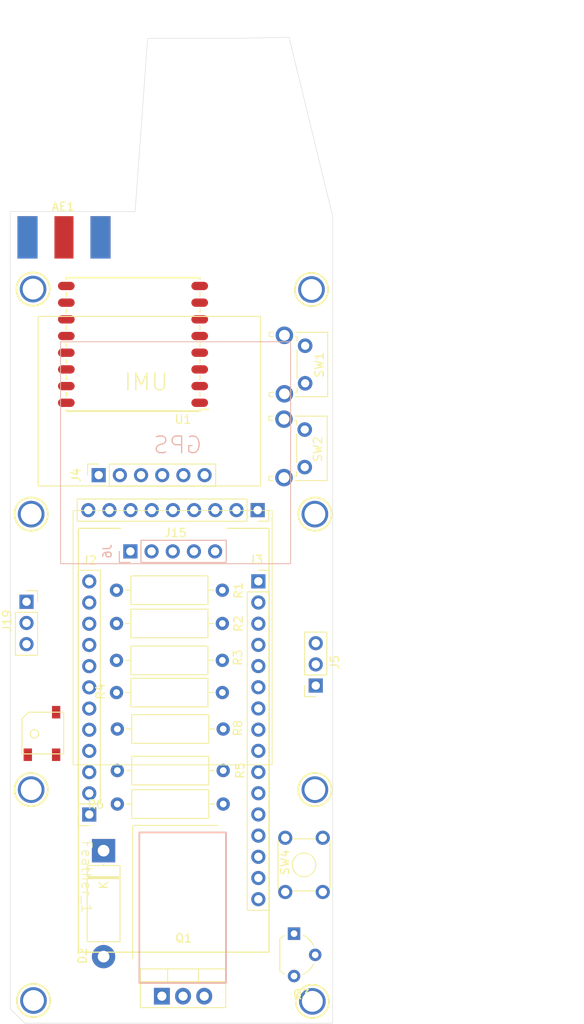
<source format=kicad_pcb>
(kicad_pcb (version 20211014) (generator pcbnew)
  (layers (0 "F.Cu" signal) (31 "B.Cu" signal) (34 "B.Paste" user) (35 "F.Paste" user) (36 "B.SilkS" user "B.Silkscreen") (37 "F.SilkS" user "F.Silkscreen") (38 "B.Mask" user) (39 "F.Mask" user) (44 "Edge.Cuts" user))
  (net 0 "")
  (net 1 "+3V3")
  (net 2 "GND")
  (net 3 "SDA")
  (net 4 "SCL")
  (net 5 "TX_D1")
  (net 6 "RX_D0")
  (net 7 "MISO")
  (net 8 "MOSI")
  (net 9 "SCK")
  (net 10 "A5")
  (net 11 "A4")
  (net 12 "A3")
  (net 13 "A2")
  (net 14 "A1")
  (net 15 "A0")
  (net 16 "AREF")
  (net 17 "~{RESET}")
  (net 18 "VBAT")
  (net 19 "VBUS")
  (net 20 "D13")
  (net 21 "D12")
  (net 22 "D11")
  (net 23 "D10")
  (net 24 "D9")
  (net 25 "EN")
  (net 26 "D5")
  (net 27 "D6")
  (net 28 "DW")
  (net 29 "POWER_1")
  (net 30 "Net-(J19-Pad2)")
  (net 31 "Net-(D2-Pad2)")
  (net 32 "Net-(Q3-Pad2)")
  (net 33 "VBAT_EXT")
  (net 35 "EMD")
  (net 36 "DISP")
  (net 37 "EIN")
  (footprint "Button_Switch_THT:SW_TH_Tactile_Omron_B3F-10xx" (layer "F.Cu") (at 74.93 118.7704 90)
    (fp_text reference "SW4" (at 3.55 -0.044 90) (layer "F.SilkS"))
    (fp_text value "SW_Push_Dual")
    (fp_line (start 0.28 -0.87) (end 6.22 -0.87) (layer "F.SilkS") (width 0.12))
    (fp_line (start 0.13 3.59) (end 0.13 0.91) (layer "F.SilkS") (width 0.12))
    (fp_line (start 6.37 0.91) (end 6.37 3.59) (layer "F.SilkS") (width 0.12))
    (fp_line (start 0.28 5.37) (end 6.22 5.37) (layer "F.SilkS") (width 0.12))
    (fp_circle (center 3.25 2.25) (end 4.25 3.25) (layer "F.SilkS") (width 0.12) (fill none))
    (pad "1" thru_hole circle locked (at 0 0 90) (size 1.7 1.7) (drill 1) (layers *.Cu *.Mask) (net 17 "~{RESET}"))
    (pad "2" thru_hole circle locked (at 6.5 0 90) (size 1.7 1.7) (drill 1) (layers *.Cu *.Mask) (net 17 "~{RESET}"))
    (pad "3" thru_hole circle locked (at 0 4.5 90) (size 1.7 1.7) (drill 1) (layers *.Cu *.Mask) (net 2 "GND"))
    (pad "4" thru_hole circle locked (at 6.5 4.5 90) (size 1.7 1.7) (drill 1) (layers *.Cu *.Mask) (net 2 "GND"))
  )
  (footprint "Connector_PinSocket_2.54mm:PinSocket_1x12_P2.54mm_Vertical" (layer "F.Cu") (at 51.4202 109.484 180)
    (fp_text reference "J2" (at -0.027 30.463) (layer "F.SilkS"))
    (fp_text value "Conn_01x12_Female" hide)
    (fp_line (start 1.33 1.27) (end 1.33 29.27) (layer "F.SilkS") (width 0.12))
    (fp_line (start -1.33 29.27) (end 1.33 29.27) (layer "F.SilkS") (width 0.12))
    (fp_line (start 1.33 -1.33) (end 1.33 0) (layer "F.SilkS") (width 0.12))
    (fp_line (start 0 -1.33) (end 1.33 -1.33) (layer "F.SilkS") (width 0.12))
    (fp_line (start -1.33 1.27) (end 1.33 1.27) (layer "F.SilkS") (width 0.12))
    (fp_line (start -1.33 1.27) (end -1.33 29.27) (layer "F.SilkS") (width 0.12))
    (pad "1" thru_hole rect locked (at 0 0 180) (size 1.7 1.7) (drill 1) (layers *.Cu *.Mask) (net 18 "VBAT"))
    (pad "2" thru_hole oval locked (at 0 2.54 180) (size 1.7 1.7) (drill 1) (layers *.Cu *.Mask) (net 25 "EN"))
    (pad "3" thru_hole oval locked (at 0 5.08 180) (size 1.7 1.7) (drill 1) (layers *.Cu *.Mask) (net 19 "VBUS"))
    (pad "4" thru_hole oval locked (at 0 7.62 180) (size 1.7 1.7) (drill 1) (layers *.Cu *.Mask) (net 20 "D13"))
    (pad "5" thru_hole oval locked (at 0 10.16 180) (size 1.7 1.7) (drill 1) (layers *.Cu *.Mask) (net 21 "D12"))
    (pad "6" thru_hole oval locked (at 0 12.7 180) (size 1.7 1.7) (drill 1) (layers *.Cu *.Mask) (net 22 "D11"))
    (pad "7" thru_hole oval locked (at 0 15.24 180) (size 1.7 1.7) (drill 1) (layers *.Cu *.Mask) (net 23 "D10"))
    (pad "8" thru_hole oval locked (at 0 17.78 180) (size 1.7 1.7) (drill 1) (layers *.Cu *.Mask) (net 24 "D9"))
    (pad "9" thru_hole oval locked (at 0 20.32 180) (size 1.7 1.7) (drill 1) (layers *.Cu *.Mask) (net 27 "D6"))
    (pad "10" thru_hole oval locked (at 0 22.86 180) (size 1.7 1.7) (drill 1) (layers *.Cu *.Mask) (net 26 "D5"))
    (pad "11" thru_hole oval locked (at 0 25.4 180) (size 1.7 1.7) (drill 1) (layers *.Cu *.Mask) (net 4 "SCL"))
    (pad "12" thru_hole oval locked (at 0 27.94 180) (size 1.7 1.7) (drill 1) (layers *.Cu *.Mask) (net 3 "SDA"))
  )
  (footprint "Connector_PinSocket_2.54mm:PinSocket_1x16_P2.54mm_Vertical" (layer "F.Cu") (at 71.7042 81.534)
    (fp_text reference "J3" (at -0.287 -2.573) (layer "F.SilkS"))
    (fp_text value "Conn_01x16_Female" hide)
    (fp_line (start -1.33 39.43) (end 1.33 39.43) (layer "F.SilkS") (width 0.12))
    (fp_line (start -1.33 1.27) (end 1.33 1.27) (layer "F.SilkS") (width 0.12))
    (fp_line (start 1.33 1.27) (end 1.33 39.43) (layer "F.SilkS") (width 0.12))
    (fp_line (start 0 -1.33) (end 1.33 -1.33) (layer "F.SilkS") (width 0.12))
    (fp_line (start -1.33 1.27) (end -1.33 39.43) (layer "F.SilkS") (width 0.12))
    (fp_line (start 1.33 -1.33) (end 1.33 0) (layer "F.SilkS") (width 0.12))
    (pad "1" thru_hole rect locked (at 0 0) (size 1.7 1.7) (drill 1) (layers *.Cu *.Mask) (net 28 "DW"))
    (pad "2" thru_hole oval locked (at 0 2.54) (size 1.7 1.7) (drill 1) (layers *.Cu *.Mask) (net 5 "TX_D1"))
    (pad "3" thru_hole oval locked (at 0 5.08) (size 1.7 1.7) (drill 1) (layers *.Cu *.Mask) (net 6 "RX_D0"))
    (pad "4" thru_hole oval locked (at 0 7.62) (size 1.7 1.7) (drill 1) (layers *.Cu *.Mask) (net 7 "MISO"))
    (pad "5" thru_hole oval locked (at 0 10.16) (size 1.7 1.7) (drill 1) (layers *.Cu *.Mask) (net 8 "MOSI"))
    (pad "6" thru_hole oval locked (at 0 12.7) (size 1.7 1.7) (drill 1) (layers *.Cu *.Mask) (net 9 "SCK"))
    (pad "7" thru_hole oval locked (at 0 15.24) (size 1.7 1.7) (drill 1) (layers *.Cu *.Mask) (net 10 "A5"))
    (pad "8" thru_hole oval locked (at 0 17.78) (size 1.7 1.7) (drill 1) (layers *.Cu *.Mask) (net 11 "A4"))
    (pad "9" thru_hole oval locked (at 0 20.32) (size 1.7 1.7) (drill 1) (layers *.Cu *.Mask) (net 12 "A3"))
    (pad "10" thru_hole oval locked (at 0 22.86) (size 1.7 1.7) (drill 1) (layers *.Cu *.Mask) (net 13 "A2"))
    (pad "11" thru_hole oval locked (at 0 25.4) (size 1.7 1.7) (drill 1) (layers *.Cu *.Mask) (net 14 "A1"))
    (pad "12" thru_hole oval locked (at 0 27.94) (size 1.7 1.7) (drill 1) (layers *.Cu *.Mask) (net 15 "A0"))
    (pad "13" thru_hole oval locked (at 0 30.48) (size 1.7 1.7) (drill 1) (layers *.Cu *.Mask) (net 2 "GND"))
    (pad "14" thru_hole oval locked (at 0 33.02) (size 1.7 1.7) (drill 1) (layers *.Cu *.Mask) (net 16 "AREF"))
    (pad "15" thru_hole oval locked (at 0 35.56) (size 1.7 1.7) (drill 1) (layers *.Cu *.Mask) (net 1 "+3V3"))
    (pad "16" thru_hole oval locked (at 0 38.1) (size 1.7 1.7) (drill 1) (layers *.Cu *.Mask) (net 17 "~{RESET}"))
  )
  (footprint "Connector_PinSocket_2.54mm:PinSocket_1x03_P2.54mm_Vertical" (layer "F.Cu") (at 43.8908 83.9874)
    (fp_text reference "J19" (at -2.33 2.28 90) (layer "F.SilkS"))
    (fp_text value "Conn_01x03_Female")
    (fp_line (start -1.33 6.41) (end 1.33 6.41) (layer "F.SilkS") (width 0.12))
    (fp_line (start -1.33 1.27) (end 1.33 1.27) (layer "F.SilkS") (width 0.12))
    (fp_line (start 1.33 -1.33) (end 1.33 0) (layer "F.SilkS") (width 0.12))
    (fp_line (start -1.33 1.27) (end -1.33 6.41) (layer "F.SilkS") (width 0.12))
    (fp_line (start 1.33 1.27) (end 1.33 6.41) (layer "F.SilkS") (width 0.12))
    (fp_line (start 0 -1.33) (end 1.33 -1.33) (layer "F.SilkS") (width 0.12))
    (pad "1" thru_hole rect locked (at 0 0) (size 1.7 1.7) (drill 1) (layers *.Cu *.Mask))
    (pad "2" thru_hole oval locked (at 0 2.54) (size 1.7 1.7) (drill 1) (layers *.Cu *.Mask) (net 30 "Net-(J19-Pad2)"))
    (pad "3" thru_hole oval locked (at 0 5.08) (size 1.7 1.7) (drill 1) (layers *.Cu *.Mask) (net 12 "A3"))
  )
  (footprint "Button_Switch_THT:SW_Tactile_SPST_Angled_PTS645Vx58-2LFS" (layer "F.Cu") (at 77.3163 53.3002 -90)
    (fp_text reference "SW1" (at 2.3 -1.72 90) (layer "F.SilkS"))
    (fp_text value "SW_Push")
    (fp_line (start 6.11 -2.7) (end 6.11 1.2) (layer "F.SilkS") (width 0.12))
    (fp_line (start -1.09 3.8) (end -1.09 4.31) (layer "F.SilkS") (width 0.12))
    (fp_line (start 5.59 3.8) (end 5.59 4.31) (layer "F.SilkS") (width 0.12))
    (fp_line (start -1.61 -2.7) (end 6.11 -2.7) (layer "F.SilkS") (width 0.12))
    (fp_line (start 6.11 3.8) (end 6.11 4.31) (layer "F.SilkS") (width 0.12))
    (fp_line (start -1.61 4.31) (end -1.09 4.31) (layer "F.SilkS") (width 0.12))
    (fp_line (start -1.09 0.97) (end -0.55 0.97) (layer "F.SilkS") (width 0.12))
    (fp_line (start 5.05 0.97) (end 5.59 0.97) (layer "F.SilkS") (width 0.12))
    (fp_line (start 0.55 0.97) (end 3.95 0.97) (layer "F.SilkS") (width 0.12))
    (fp_line (start -1.61 3.8) (end -1.61 4.31) (layer "F.SilkS") (width 0.12))
    (fp_line (start 5.59 0.97) (end 5.59 1.2) (layer "F.SilkS") (width 0.12))
    (fp_line (start 5.59 4.31) (end 6.11 4.31) (layer "F.SilkS") (width 0.12))
    (fp_line (start -1.09 0.97) (end -1.09 1.2) (layer "F.SilkS") (width 0.12))
    (fp_line (start -1.61 -2.7) (end -1.61 1.2) (layer "F.SilkS") (width 0.12))
    (pad "" thru_hole circle locked (at -1.25 2.49 270) (size 2.1 2.1) (drill 1.3) (layers *.Cu *.Mask))
    (pad "" thru_hole circle locked (at 5.76 2.49 270) (size 2.1 2.1) (drill 1.3) (layers *.Cu *.Mask))
    (pad "1" thru_hole circle locked (at 0 0 270) (size 1.75 1.75) (drill 0.99) (layers *.Cu *.Mask) (net 11 "A4"))
    (pad "2" thru_hole circle locked (at 4.5 0 270) (size 1.75 1.75) (drill 0.99) (layers *.Cu *.Mask) (net 2 "GND"))
  )
  (footprint "Connector_PinSocket_2.54mm:PinSocket_1x03_P2.54mm_Vertical" (layer "F.Cu") (at 78.5876 94.0308 180)
    (fp_text reference "J5" (at -2.286 2.794 90) (layer "F.SilkS"))
    (fp_text value "Conn_01x03_Female")
    (fp_line (start -1.33 1.27) (end 1.33 1.27) (layer "F.SilkS") (width 0.12))
    (fp_line (start 0 -1.33) (end 1.33 -1.33) (layer "F.SilkS") (width 0.12))
    (fp_line (start 1.33 1.27) (end 1.33 6.41) (layer "F.SilkS") (width 0.12))
    (fp_line (start 1.33 -1.33) (end 1.33 0) (layer "F.SilkS") (width 0.12))
    (fp_line (start -1.33 1.27) (end -1.33 6.41) (layer "F.SilkS") (width 0.12))
    (fp_line (start -1.33 6.41) (end 1.33 6.41) (layer "F.SilkS") (width 0.12))
    (pad "1" thru_hole rect locked (at 0 0 180) (size 1.7 1.7) (drill 1) (layers *.Cu *.Mask) (net 2 "GND"))
    (pad "2" thru_hole oval locked (at 0 2.54 180) (size 1.7 1.7) (drill 1) (layers *.Cu *.Mask) (net 18 "VBAT"))
    (pad "3" thru_hole oval locked (at 0 5.08 180) (size 1.7 1.7) (drill 1) (layers *.Cu *.Mask) (net 33 "VBAT_EXT"))
  )
  (footprint "Button_Switch_THT:SW_Tactile_SPST_Angled_PTS645Vx58-2LFS" (layer "F.Cu") (at 77.2668 63.3476 -90)
    (fp_text reference "SW2" (at 2.36 -1.57 90) (layer "F.SilkS"))
    (fp_text value "SW_Push")
    (fp_line (start -1.61 -2.7) (end 6.11 -2.7) (layer "F.SilkS") (width 0.12))
    (fp_line (start 5.05 0.97) (end 5.59 0.97) (layer "F.SilkS") (width 0.12))
    (fp_line (start -1.61 -2.7) (end -1.61 1.2) (layer "F.SilkS") (width 0.12))
    (fp_line (start 5.59 0.97) (end 5.59 1.2) (layer "F.SilkS") (width 0.12))
    (fp_line (start 6.11 3.8) (end 6.11 4.31) (layer "F.SilkS") (width 0.12))
    (fp_line (start -1.61 4.31) (end -1.09 4.31) (layer "F.SilkS") (width 0.12))
    (fp_line (start -1.61 3.8) (end -1.61 4.31) (layer "F.SilkS") (width 0.12))
    (fp_line (start -1.09 3.8) (end -1.09 4.31) (layer "F.SilkS") (width 0.12))
    (fp_line (start 5.59 4.31) (end 6.11 4.31) (layer "F.SilkS") (width 0.12))
    (fp_line (start -1.09 0.97) (end -1.09 1.2) (layer "F.SilkS") (width 0.12))
    (fp_line (start 0.55 0.97) (end 3.95 0.97) (layer "F.SilkS") (width 0.12))
    (fp_line (start 6.11 -2.7) (end 6.11 1.2) (layer "F.SilkS") (width 0.12))
    (fp_line (start -1.09 0.97) (end -0.55 0.97) (layer "F.SilkS") (width 0.12))
    (fp_line (start 5.59 3.8) (end 5.59 4.31) (layer "F.SilkS") (width 0.12))
    (pad "" thru_hole circle locked (at 5.76 2.49 270) (size 2.1 2.1) (drill 1.3) (layers *.Cu *.Mask))
    (pad "" thru_hole circle locked (at -1.25 2.49 270) (size 2.1 2.1) (drill 1.3) (layers *.Cu *.Mask))
    (pad "1" thru_hole circle locked (at 0 0 270) (size 1.75 1.75) (drill 0.99) (layers *.Cu *.Mask) (net 10 "A5"))
    (pad "2" thru_hole circle locked (at 4.5 0 270) (size 1.75 1.75) (drill 0.99) (layers *.Cu *.Mask) (net 2 "GND"))
  )
  (footprint "Resistor_THT:R_Axial_DIN0309_L9.0mm_D3.2mm_P12.70mm_Horizontal" (layer "F.Cu") (at 67.4878 104.2162 180)
    (fp_text reference "R5" (at -2.032 0 90) (layer "F.SilkS"))
    (fp_text value "R")
    (fp_line (start 10.97 -1.72) (end 1.73 -1.72) (layer "F.SilkS") (width 0.12))
    (fp_line (start 1.73 -1.72) (end 1.73 1.72) (layer "F.SilkS") (width 0.12))
    (fp_line (start 1.04 0) (end 1.73 0) (layer "F.SilkS") (width 0.12))
    (fp_line (start 11.66 0) (end 10.97 0) (layer "F.SilkS") (width 0.12))
    (fp_line (start 1.73 1.72) (end 10.97 1.72) (layer "F.SilkS") (width 0.12))
    (fp_line (start 10.97 1.72) (end 10.97 -1.72) (layer "F.SilkS") (width 0.12))
    (pad "1" thru_hole circle locked (at 0 0 180) (size 1.6 1.6) (drill 0.8) (layers *.Cu *.Mask) (net 30 "Net-(J19-Pad2)"))
    (pad "2" thru_hole oval locked (at 12.7 0 180) (size 1.6 1.6) (drill 0.8) (layers *.Cu *.Mask) (net 2 "GND"))
  )
  (footprint "Package_TO_SOT_THT:TO-220-3_Vertical" (layer "F.Cu") (at 60.131 131.2578)
    (fp_text reference "Q1" (at 2.607 -6.9502) (layer "F.SilkS"))
    (fp_text value "Q_NMOS_GDS")
    (fp_line (start -2.58 -3.27) (end 7.66 -3.27) (layer "F.SilkS") (width 0.12))
    (fp_line (start 4.391 -3.27) (end 4.391 -1.76) (layer "F.SilkS") (width 0.12))
    (fp_line (start -2.58 1.371) (end 7.66 1.371) (layer "F.SilkS") (width 0.12))
    (fp_line (start -2.58 -3.27) (end -2.58 1.371) (layer "F.SilkS") (width 0.12))
    (fp_line (start 0.69 -3.27) (end 0.69 -1.76) (layer "F.SilkS") (width 0.12))
    (fp_line (start -2.58 -1.76) (end 7.66 -1.76) (layer "F.SilkS") (width 0.12))
    (fp_line (start 7.66 -3.27) (end 7.66 1.371) (layer "F.SilkS") (width 0.12))
    (pad "1" thru_hole rect locked (at 0 0) (size 1.905 2) (drill 1.1) (layers *.Cu *.Mask) (net 24 "D9"))
    (pad "2" thru_hole oval locked (at 2.54 0) (size 1.905 2) (drill 1.1) (layers *.Cu *.Mask) (net 29 "POWER_1"))
    (pad "3" thru_hole oval locked (at 5.08 0) (size 1.905 2) (drill 1.1) (layers *.Cu *.Mask) (net 2 "GND"))
  )
  (footprint "Resistor_THT:R_Axial_DIN0309_L9.0mm_D3.2mm_P12.70mm_Horizontal" (layer "F.Cu") (at 67.3862 82.6008 180)
    (fp_text reference "R1" (at -1.92 -0.03 90) (layer "F.SilkS"))
    (fp_text value "4.7K")
    (fp_line (start 1.04 0) (end 1.73 0) (layer "F.SilkS") (width 0.12))
    (fp_line (start 11.66 0) (end 10.97 0) (layer "F.SilkS") (width 0.12))
    (fp_line (start 10.97 -1.72) (end 1.73 -1.72) (layer "F.SilkS") (width 0.12))
    (fp_line (start 1.73 -1.72) (end 1.73 1.72) (layer "F.SilkS") (width 0.12))
    (fp_line (start 10.97 1.72) (end 10.97 -1.72) (layer "F.SilkS") (width 0.12))
    (fp_line (start 1.73 1.72) (end 10.97 1.72) (layer "F.SilkS") (width 0.12))
    (pad "1" thru_hole circle locked (at 0 0 180) (size 1.6 1.6) (drill 0.8) (layers *.Cu *.Mask) (net 1 "+3V3"))
    (pad "2" thru_hole oval locked (at 12.7 0 180) (size 1.6 1.6) (drill 0.8) (layers *.Cu *.Mask) (net 3 "SDA"))
  )
  (footprint "Resistor_THT:R_Axial_DIN0309_L9.0mm_D3.2mm_P12.70mm_Horizontal" (layer "F.Cu") (at 67.3862 86.5886 180)
    (fp_text reference "R2" (at -1.92 -0.03 90) (layer "F.SilkS"))
    (fp_text value "4.7K")
    (fp_line (start 1.73 1.72) (end 10.97 1.72) (layer "F.SilkS") (width 0.12))
    (fp_line (start 11.66 0) (end 10.97 0) (layer "F.SilkS") (width 0.12))
    (fp_line (start 10.97 -1.72) (end 1.73 -1.72) (layer "F.SilkS") (width 0.12))
    (fp_line (start 10.97 1.72) (end 10.97 -1.72) (layer "F.SilkS") (width 0.12))
    (fp_line (start 1.73 -1.72) (end 1.73 1.72) (layer "F.SilkS") (width 0.12))
    (fp_line (start 1.04 0) (end 1.73 0) (layer "F.SilkS") (width 0.12))
    (pad "1" thru_hole circle locked (at 0 0 180) (size 1.6 1.6) (drill 0.8) (layers *.Cu *.Mask) (net 1 "+3V3"))
    (pad "2" thru_hole oval locked (at 12.7 0 180) (size 1.6 1.6) (drill 0.8) (layers *.Cu *.Mask) (net 4 "SCL"))
  )
  (footprint "Resistor_THT:R_Axial_DIN0309_L9.0mm_D3.2mm_P12.70mm_Horizontal" (layer "F.Cu") (at 54.6862 91.0082)
    (fp_text reference "R3" (at 14.5542 -0.3302 90) (layer "F.SilkS"))
    (fp_text value "4.7K")
    (fp_line (start 10.97 1.72) (end 10.97 -1.72) (layer "F.SilkS") (width 0.12))
    (fp_line (start 1.73 1.72) (end 10.97 1.72) (layer "F.SilkS") (width 0.12))
    (fp_line (start 11.66 0) (end 10.97 0) (layer "F.SilkS") (width 0.12))
    (fp_line (start 10.97 -1.72) (end 1.73 -1.72) (layer "F.SilkS") (width 0.12))
    (fp_line (start 1.04 0) (end 1.73 0) (layer "F.SilkS") (width 0.12))
    (fp_line (start 1.73 -1.72) (end 1.73 1.72) (layer "F.SilkS") (width 0.12))
    (pad "1" thru_hole circle locked (at 0 0) (size 1.6 1.6) (drill 0.8) (layers *.Cu *.Mask) (net 1 "+3V3"))
    (pad "2" thru_hole oval locked (at 12.7 0) (size 1.6 1.6) (drill 0.8) (layers *.Cu *.Mask) (net 10 "A5"))
  )
  (footprint "Resistor_THT:R_Axial_DIN0309_L9.0mm_D3.2mm_P12.70mm_Horizontal" (layer "F.Cu") (at 54.6862 94.869)
    (fp_text reference "R4" (at -1.92 -0.13 90) (layer "F.SilkS"))
    (fp_text value "4.7K")
    (fp_line (start 1.04 0) (end 1.73 0) (layer "F.SilkS") (width 0.12))
    (fp_line (start 10.97 1.72) (end 10.97 -1.72) (layer "F.SilkS") (width 0.12))
    (fp_line (start 10.97 -1.72) (end 1.73 -1.72) (layer "F.SilkS") (width 0.12))
    (fp_line (start 1.73 -1.72) (end 1.73 1.72) (layer "F.SilkS") (width 0.12))
    (fp_line (start 1.73 1.72) (end 10.97 1.72) (layer "F.SilkS") (width 0.12))
    (fp_line (start 11.66 0) (end 10.97 0) (layer "F.SilkS") (width 0.12))
    (pad "1" thru_hole circle locked (at 0 0) (size 1.6 1.6) (drill 0.8) (layers *.Cu *.Mask) (net 1 "+3V3"))
    (pad "2" thru_hole oval locked (at 12.7 0) (size 1.6 1.6) (drill 0.8) (layers *.Cu *.Mask) (net 11 "A4"))
  )
  (footprint "Resistor_THT:R_Axial_DIN0309_L9.0mm_D3.2mm_P12.70mm_Horizontal" (layer "F.Cu") (at 54.7878 108.2294)
    (fp_text reference "R6" (at -2.58 0.05) (layer "F.SilkS"))
    (fp_text value "10K")
    (fp_line (start 1.04 0) (end 1.73 0) (layer "F.SilkS") (width 0.12))
    (fp_line (start 10.97 1.72) (end 10.97 -1.72) (layer "F.SilkS") (width 0.12))
    (fp_line (start 1.73 1.72) (end 10.97 1.72) (layer "F.SilkS") (width 0.12))
    (fp_line (start 1.73 -1.72) (end 1.73 1.72) (layer "F.SilkS") (width 0.12))
    (fp_line (start 10.97 -1.72) (end 1.73 -1.72) (layer "F.SilkS") (width 0.12))
    (fp_line (start 11.66 0) (end 10.97 0) (layer "F.SilkS") (width 0.12))
    (pad "1" thru_hole circle locked (at 0 0) (size 1.6 1.6) (drill 0.8) (layers *.Cu *.Mask) (net 24 "D9"))
    (pad "2" thru_hole oval locked (at 12.7 0) (size 1.6 1.6) (drill 0.8) (layers *.Cu *.Mask) (net 2 "GND"))
  )
  (footprint "Connector_PinSocket_2.54mm:PinSocket_1x09_P2.54mm_Vertical" (layer "F.Cu") (at 71.62 73.0022 -90)
    (fp_text reference "J15" (at 2.7182 9.8438) (layer "F.SilkS"))
    (fp_text value "Conn_01x09_Female" hide)
    (fp_line (start 1.33 -1.33) (end 1.33 0) (layer "F.SilkS") (width 0.12))
    (fp_line (start -1.33 21.65) (end 1.33 21.65) (layer "F.SilkS") (width 0.12))
    (fp_line (start -1.33 1.27) (end -1.33 21.65) (layer "F.SilkS") (width 0.12))
    (fp_line (start -1.33 1.27) (end 1.33 1.27) (layer "F.SilkS") (width 0.12))
    (fp_line (start 0 -1.33) (end 1.33 -1.33) (layer "F.SilkS") (width 0.12))
    (fp_line (start 1.33 1.27) (end 1.33 21.65) (layer "F.SilkS") (width 0.12))
    (pad "1" thru_hole rect locked (at 0 0 270) (size 1.7 1.7) (drill 1) (layers *.Cu *.Mask) (net 1 "+3V3"))
    (pad "2" thru_hole oval locked (at 0 2.54 270) (size 1.7 1.7) (drill 1) (layers *.Cu *.Mask))
    (pad "3" thru_hole oval locked (at 0 5.08 270) (size 1.7 1.7) (drill 1) (layers *.Cu *.Mask) (net 2 "GND"))
    (pad "4" thru_hole oval locked (at 0 7.62 270) (size 1.7 1.7) (drill 1) (layers *.Cu *.Mask) (net 9 "SCK"))
    (pad "5" thru_hole oval locked (at 0 10.16 270) (size 1.7 1.7) (drill 1) (layers *.Cu *.Mask) (net 8 "MOSI"))
    (pad "6" thru_hole oval locked (at 0 12.7 270) (size 1.7 1.7) (drill 1) (layers *.Cu *.Mask) (net 26 "D5"))
    (pad "7" thru_hole oval locked (at 0 15.24 270) (size 1.7 1.7) (drill 1) (layers *.Cu *.Mask) (net 35 "EMD"))
    (pad "8" thru_hole oval locked (at 0 17.78 270) (size 1.7 1.7) (drill 1) (layers *.Cu *.Mask) (net 36 "DISP"))
    (pad "9" thru_hole oval locked (at 0 20.32 270) (size 1.7 1.7) (drill 1) (layers *.Cu *.Mask) (net 37 "EIN"))
  )
  (footprint "Package_TO_SOT_THT:TO-92L_Wide" (layer "F.Cu") (at 75.985 123.7642 -90)
    (fp_text reference "Q3" (at 7.25 -0.89) (layer "F.SilkS"))
    (fp_text value "Q_NPN_EBC")
    (fp_line (start 0.6 1.7) (end 4.45 1.7) (layer "F.SilkS") (width 0.12))
    (fp_arc (start 0.192226 -1.094786) (mid 0.710119 -1.833613) (end 1.45 -2.35) (layer "F.SilkS") (width 0.12))
    (fp_arc (start 3.6 -2.35) (mid 4.351408 -1.834367) (end 4.876463 -1.089513) (layer "F.SilkS") (width 0.12))
    (fp_arc (start 0.6 1.7) (mid 0.389183 1.423933) (end 0.217369 1.122045) (layer "F.SilkS") (width 0.12))
    (fp_arc (start 4.842383 1.112264) (mid 4.666594 1.419753) (end 4.45 1.7) (layer "F.SilkS") (width 0.12))
    (pad "1" thru_hole rect locked (at 0 0) (size 1.5 1.5) (drill 0.8) (layers *.Cu *.Mask) (net 2 "GND"))
    (pad "2" thru_hole circle locked (at 2.54 -2.54) (size 1.5 1.5) (drill 0.8) (layers *.Cu *.Mask) (net 32 "Net-(Q3-Pad2)"))
    (pad "3" thru_hole circle locked (at 5.08 0) (size 1.5 1.5) (drill 0.8) (layers *.Cu *.Mask) (net 31 "Net-(D2-Pad2)"))
  )
  (footprint "Resistor_THT:R_Axial_DIN0309_L9.0mm_D3.2mm_P12.70mm_Horizontal" (layer "F.Cu") (at 54.7878 99.2378)
    (fp_text reference "R8" (at 14.4526 -0.1016 90) (layer "F.SilkS"))
    (fp_text value "R")
    (fp_line (start 11.66 0) (end 10.97 0) (layer "F.SilkS") (width 0.12))
    (fp_line (start 1.04 0) (end 1.73 0) (layer "F.SilkS") (width 0.12))
    (fp_line (start 10.97 -1.72) (end 1.73 -1.72) (layer "F.SilkS") (width 0.12))
    (fp_line (start 1.73 -1.72) (end 1.73 1.72) (layer "F.SilkS") (width 0.12))
    (fp_line (start 1.73 1.72) (end 10.97 1.72) (layer "F.SilkS") (width 0.12))
    (fp_line (start 10.97 1.72) (end 10.97 -1.72) (layer "F.SilkS") (width 0.12))
    (pad "1" thru_hole circle locked (at 0 0) (size 1.6 1.6) (drill 0.8) (layers *.Cu *.Mask) (net 32 "Net-(Q3-Pad2)"))
    (pad "2" thru_hole oval locked (at 12.7 0) (size 1.6 1.6) (drill 0.8) (layers *.Cu *.Mask) (net 15 "A0"))
  )
  (footprint "Diode_THT:D_5W_P12.70mm_Horizontal" (layer "F.Cu") (at 53.1368 113.8174 -90)
    (fp_text reference "D2" (at 12.61 2.52 90) (layer "F.SilkS"))
    (fp_text value "DIODE")
    (fp_text user "K" (at 4.13 0 90) (layer "F.SilkS"))
    (fp_line (start 1.78 1.97) (end 10.92 1.97) (layer "F.SilkS") (width 0.12))
    (fp_line (start 1.78 -1.97) (end 1.78 1.97) (layer "F.SilkS") (width 0.12))
    (fp_line (start 3.115 -1.97) (end 3.115 1.97) (layer "F.SilkS") (width 0.12))
    (fp_line (start 11.06 0) (end 10.92 0) (layer "F.SilkS") (width 0.12))
    (fp_line (start 10.92 -1.97) (end 1.78 -1.97) (layer "F.SilkS") (width 0.12))
    (fp_line (start 10.92 1.97) (end 10.92 -1.97) (layer "F.SilkS") (width 0.12))
    (fp_line (start 3.355 -1.97) (end 3.355 1.97) (layer "F.SilkS") (width 0.12))
    (fp_line (start 3.235 -1.97) (end 3.235 1.97) (layer "F.SilkS") (width 0.12))
    (fp_line (start 1.64 0) (end 1.78 0) (layer "F.SilkS") (width 0.12))
    (pad "1" thru_hole rect locked (at 0 0 270) (size 2.8 2.8) (drill 1.4) (layers *.Cu *.Mask) (net 1 "+3V3"))
    (pad "2" thru_hole oval locked (at 12.7 0 270) (size 2.8 2.8) (drill 1.4) (layers *.Cu *.Mask) (net 31 "Net-(D2-Pad2)"))
  )
  (footprint "Adafruit Circuit Playground:BUZZER_SMT_5MM" (layer "F.Cu") (at 45.847 99.7204 90)
    (fp_text reference "SP1" hide)
    (fp_text value "SPEAKER_BUZZER5MM" hide)
    (fp_line (start 1.7 -2.5) (end 2.5 -1.7) (layer "F.SilkS") (width 0.127))
    (fp_line (start -2.5 2.5) (end -2.5 -2.5) (layer "F.SilkS") (width 0.127))
    (fp_line (start 2.5 2.5) (end -2.5 2.5) (layer "F.SilkS") (width 0.127))
    (fp_line (start 2.5 -1.7) (end 2.5 2.5) (layer "F.SilkS") (width 0.127))
    (fp_line (start -2.5 -2.5) (end 1.7 -2.5) (layer "F.SilkS") (width 0.127))
    (fp_circle (center -0.1 -1) (end 0.4 -1) (layer "F.SilkS") (width 0.127) (fill none))
    (pad "+" smd rect locked (at -2.6 1.6 180) (size 1 1.5) (layers "F.Cu" "F.Paste" "F.Mask") (net 31 "Net-(D2-Pad2)"))
    (pad "-" smd rect locked (at 2.5 1.6 180) (size 1 1.5) (layers "F.Cu" "F.Paste" "F.Mask") (net 1 "+3V3"))
    (pad "MT" smd rect locked (at -2.6 -1.8 180) (size 1 1.5) (layers "F.Cu" "F.Paste" "F.Mask"))
  )
  (footprint "footprints:MOUNTINGHOLE_2.5_PLATED" (layer "F.Cu") (at 44.45 73.4822)
    (fp_text reference "H3" hide)
    (fp_text value "MountingHole" hide)
    (fp_circle (center 0 0) (end 2 0) (layer "F.SilkS") (width 0.2032) (fill none))
    (pad "P$1" thru_hole circle locked (at 0 0) (size 3.2 3.2) (drill 2.5) (layers *.Cu *.Mask))
  )
  (footprint "footprints:RFM95" (layer "F.Cu") (at 64.6682 60.1368 180)
    (fp_text reference "U1" (at 2 -2) (layer "F.SilkS"))
    (fp_text value "RFM95HW")
    (fp_line (start 16 4.8) (end 16 5.2) (layer "F.SilkS") (width 0.2))
    (fp_line (start 0 6.8) (end 0 7.2) (layer "F.SilkS") (width 0.2))
    (fp_line (start 0 8.8) (end 0 9.2) (layer "F.SilkS") (width 0.2))
    (fp_line (start 16 8.8) (end 16 9.2) (layer "F.SilkS") (width 0.2))
    (fp_line (start 16 2.8) (end 16 3.2) (layer "F.SilkS") (width 0.2))
    (fp_line (start 16 14.8) (end 16 15) (layer "F.SilkS") (width 0.2))
    (fp_line (start 0 12.8) (end 0 13.2) (layer "F.SilkS") (width 0.2))
    (fp_line (start 0 -0.8) (end 0 -1) (layer "F.SilkS") (width 0.2))
    (fp_line (start 16 0.8) (end 16 1.2) (layer "F.SilkS") (width 0.2))
    (fp_line (start 0 4.8) (end 0 5.2) (layer "F.SilkS") (width 0.2))
    (fp_line (start 16 15) (end 0 15) (layer "F.SilkS") (width 0.2))
    (fp_line (start 0 15) (end 0 14.8) (layer "F.SilkS") (width 0.2))
    (fp_line (start 0 1.2) (end 0 0.8) (layer "F.SilkS") (width 0.2))
    (fp_line (start 0 10.8) (end 0 11.2) (layer "F.SilkS") (width 0.2))
    (fp_line (start 16 12.8) (end 16 13.2) (layer "F.SilkS") (width 0.2))
    (fp_line (start 16 10.8) (end 16 11.2) (layer "F.SilkS") (width 0.2))
    (fp_line (start 16 -1) (end 16 -0.8) (layer "F.SilkS") (width 0.2))
    (fp_line (start 16 6.8) (end 16 7.2) (layer "F.SilkS") (width 0.2))
    (fp_line (start 0 3.2) (end 0 2.8) (layer "F.SilkS") (width 0.2))
    (fp_line (start 0 -1) (end 16 -1) (layer "F.SilkS") (width 0.2))
    (fp_line (start -1 -0.8) (end 0 -0.8) (layer "F.SilkS") (width 0.2))
    (pad "1" smd oval locked (at 0 0 180) (size 2 1) (layers "F.Cu" "F.Paste" "F.Mask"))
    (pad "2" smd oval locked (at 0 2 180) (size 2 1) (layers "F.Cu" "F.Paste" "F.Mask"))
    (pad "3" smd oval locked (at 0 4 180) (size 2 1) (layers "F.Cu" "F.Paste" "F.Mask"))
    (pad "4" smd oval locked (at 0 6 180) (size 2 1) (layers "F.Cu" "F.Paste" "F.Mask"))
    (pad "5" smd oval locked (at 0 8 180) (size 2 1) (layers "F.Cu" "F.Paste" "F.Mask"))
    (pad "6" smd oval locked (at 0 10 180) (size 2 1) (layers "F.Cu" "F.Paste" "F.Mask"))
    (pad "7" smd oval locked (at 0 12 180) (size 2 1) (layers "F.Cu" "F.Paste" "F.Mask"))
    (pad "8" smd oval locked (at 0 14 180) (size 2 1) (layers "F.Cu" "F.Paste" "F.Mask"))
    (pad "9" smd oval locked (at 16 14 180) (size 2 1) (layers "F.Cu" "F.Paste" "F.Mask"))
    (pad "10" smd oval locked (at 16 12 180) (size 2 1) (layers "F.Cu" "F.Paste" "F.Mask"))
    (pad "11" smd oval locked (at 16 10 180) (size 2 1) (layers "F.Cu" "F.Paste" "F.Mask"))
    (pad "12" smd oval locked (at 16 8 180) (size 2 1) (layers "F.Cu" "F.Paste" "F.Mask"))
    (pad "13" smd oval locked (at 16 6 180) (size 2 1) (layers "F.Cu" "F.Paste" "F.Mask"))
    (pad "14" smd oval locked (at 16 4 180) (size 2 1) (layers "F.Cu" "F.Paste" "F.Mask"))
    (pad "15" smd oval locked (at 16 2 180) (size 2 1) (layers "F.Cu" "F.Paste" "F.Mask"))
    (pad "16" smd oval locked (at 16 0 180) (size 2 1) (layers "F.Cu" "F.Paste" "F.Mask"))
  )
  (footprint "footprints:MOUNTINGHOLE_2.5_PLATED" (layer "F.Cu") (at 78.1812 131.8768)
    (fp_text reference "H10" hide)
    (fp_text value "MountingHole" hide)
    (fp_circle (center 0 0) (end 2 0) (layer "F.SilkS") (width 0.2032) (fill none))
    (pad "P$1" thru_hole circle locked (at 0 0) (size 3.2 3.2) (drill 2.5) (layers *.Cu *.Mask))
  )
  (footprint "footprints:MOUNTINGHOLE_2.5_PLATED" (layer "F.Cu") (at 44.45 106.5022)
    (fp_text reference "H4" hide)
    (fp_text value "MountingHole" hide)
    (fp_circle (center 0 0) (end 2 0) (layer "F.SilkS") (width 0.2032) (fill none))
    (pad "P$1" thru_hole circle locked (at 0 0) (size 3.2 3.2) (drill 2.5) (layers *.Cu *.Mask))
  )
  (footprint "footprints:MOUNTINGHOLE_2.5_PLATED" (layer "F.Cu") (at 44.6786 46.5074)
    (fp_text reference "H12" hide)
    (fp_text value "MountingHole" hide)
    (fp_circle (center 0 0) (end 2 0) (layer "F.SilkS") (width 0.2032) (fill none))
    (pad "P$1" thru_hole circle locked (at 0 0) (size 3.2 3.2) (drill 2.5) (layers *.Cu *.Mask))
  )
  (footprint "Connector_PinSocket_2.54mm:PinSocket_1x06_P2.54mm_Vertical" (layer "F.Cu") (at 52.5522 68.809 90)
    (fp_text reference "J4" (at 0 -2.77 90) (layer "F.SilkS"))
    (fp_text value "Conn_01x06_Female")
    (fp_text user "${REFERENCE}" (at -0.025 -2.692 90) (layer "F.SilkS"))
    (fp_line (start -1.33 14.03) (end 1.33 14.03) (layer "F.SilkS") (width 0.12))
    (fp_line (start -1.33 1.27) (end -1.33 14.03) (layer "F.SilkS") (width 0.12))
    (fp_line (start -1.33 1.27) (end 1.33 1.27) (layer "F.SilkS") (width 0.12))
    (fp_line (start 1.33 -1.33) (end 1.33 0) (layer "F.SilkS") (width 0.12))
    (fp_line (start 0 -1.33) (end 1.33 -1.33) (layer "F.SilkS") (width 0.12))
    (fp_line (start 1.33 1.27) (end 1.33 14.03) (layer "F.SilkS") (width 0.12))
    (pad "1" thru_hole rect locked (at 0 0 90) (size 1.7 1.7) (drill 1) (layers *.Cu *.Mask) (net 1 "+3V3"))
    (pad "2" thru_hole oval locked (at 0 2.54 90) (size 1.7 1.7) (drill 1) (layers *.Cu *.Mask))
    (pad "3" thru_hole oval locked (at 0 5.08 90) (size 1.7 1.7) (drill 1) (layers *.Cu *.Mask) (net 2 "GND"))
    (pad "4" thru_hole oval locked (at 0 7.62 90) (size 1.7 1.7) (drill 1) (layers *.Cu *.Mask) (net 4 "SCL"))
    (pad "5" thru_hole oval locked (at 0 10.16 90) (size 1.7 1.7) (drill 1) (layers *.Cu *.Mask) (net 3 "SDA"))
    (pad "6" thru_hole oval locked (at 0 12.7 90) (size 1.7 1.7) (drill 1) (layers *.Cu *.Mask))
  )
  (footprint "footprints:MOUNTINGHOLE_2.5_PLATED" (layer "F.Cu") (at 44.7294 131.7752)
    (fp_text reference "H9" hide)
    (fp_text value "MountingHole" hide)
    (fp_circle (center 0 0) (end 2 0) (layer "F.SilkS") (width 0.2032) (fill none))
    (pad "P$1" thru_hole circle locked (at 0 0) (size 3.2 3.2) (drill 2.5) (layers *.Cu *.Mask))
  )
  (footprint "footprints:MOUNTINGHOLE_2.5_PLATED" (layer "F.Cu") (at 78.486 73.4822)
    (fp_text reference "H8" hide)
    (fp_text value "MountingHole" hide)
    (fp_circle (center 0 0) (end 2 0) (layer "F.SilkS") (width 0.2032) (fill none))
    (pad "P$1" thru_hole circle locked (at 0 0) (size 3.2 3.2) (drill 2.5) (layers *.Cu *.Mask))
  )
  (footprint "digikey-footprints:RF_SMA_BoardEdge_142-0701-801" (layer "F.Cu") (at 48.387 37.7698)
    (fp_text reference "AE1" (at -0.1016 -1.143 180) (layer "F.SilkS"))
    (fp_text value "Antenna_Shield")
    (pad "1" smd rect locked (at 0 2.54) (size 2.286 5.08) (layers "F.Cu" "F.Paste" "F.Mask"))
    (pad "2" smd rect locked (at -4.3815 2.54) (size 2.413 5.08) (layers "F.Cu" "F.Paste" "F.Mask"))
    (pad "2" smd rect locked (at 4.3815 2.54) (size 2.413 5.08) (layers "F.Cu" "F.Paste" "F.Mask"))
    (pad "2" smd rect locked (at -4.3815 2.54) (size 2.413 5.08) (layers "B.Cu" "B.Paste" "B.Mask"))
    (pad "2" smd rect locked (at 4.3815 2.54) (size 2.413 5.08) (layers "B.Cu" "B.Paste" "B.Mask"))
  )
  (footprint "footprints:MOUNTINGHOLE_2.5_PLATED" (layer "F.Cu") (at 78.486 106.5022)
    (fp_text reference "H7" hide)
    (fp_text value "MountingHole" hide)
    (fp_circle (center 0 0) (end 2 0) (layer "F.SilkS") (width 0.2032) (fill none))
    (pad "P$1" thru_hole circle locked (at 0 0) (size 3.2 3.2) (drill 2.5) (layers *.Cu *.Mask))
  )
  (footprint "footprints:MOUNTINGHOLE_2.5_PLATED" (layer "F.Cu") (at 78.0796 46.5582)
    (fp_text reference "H11" hide)
    (fp_text value "MountingHole" hide)
    (fp_circle (center 0 0) (end 2 0) (layer "F.SilkS") (width 0.2032) (fill none))
    (pad "P$1" thru_hole circle locked (at 0 0) (size 3.2 3.2) (drill 2.5) (layers *.Cu *.Mask))
  )
  (footprint "Connector_PinSocket_2.54mm:PinSocket_1x05_P2.54mm_Vertical" (layer "B.Cu") (at 56.3548 77.9468 -90)
    (fp_text reference "J6" (at 0 2.77 90) (layer "B.SilkS") (effects (justify mirror)))
    (fp_text value "Conn_01x05_Female" hide)
    (fp_line (start -1.33 -1.27) (end 1.33 -1.27) (layer "B.SilkS") (width 0.12))
    (fp_line (start -1.33 -11.49) (end 1.33 -11.49) (layer "B.SilkS") (width 0.12))
    (fp_line (start 1.33 1.33) (end 1.33 0) (layer "B.SilkS") (width 0.12))
    (fp_line (start 1.33 -1.27) (end 1.33 -11.49) (layer "B.SilkS") (width 0.12))
    (fp_line (start 0 1.33) (end 1.33 1.33) (layer "B.SilkS") (width 0.12))
    (fp_line (start -1.33 -1.27) (end -1.33 -11.49) (layer "B.SilkS") (width 0.12))
    (pad "1" thru_hole rect locked (at 0 0 270) (size 1.7 1.7) (drill 1) (layers *.Cu *.Mask))
    (pad "2" thru_hole oval locked (at 0 -2.54 270) (size 1.7 1.7) (drill 1) (layers *.Cu *.Mask) (net 6 "RX_D0"))
    (pad "3" thru_hole oval locked (at 0 -5.08 270) (size 1.7 1.7) (drill 1) (layers *.Cu *.Mask) (net 5 "TX_D1"))
    (pad "4" thru_hole oval locked (at 0 -7.62 270) (size 1.7 1.7) (drill 1) (layers *.Cu *.Mask) (net 29 "POWER_1"))
    (pad "5" thru_hole oval locked (at 0 -10.16 270) (size 1.7 1.7) (drill 1) (layers *.Cu *.Mask) (net 1 "+3V3"))
  )
  (gr_rect (start 57.4294 129.667) (end 67.818 111.633) (layer "B.SilkS") (width 0.2) (fill none))
  (gr_rect (start 47.9728 52.8258) (end 75.5728 79.4258) (layer "B.SilkS") (width 0.1) (fill none))
  (gr_line (start 50.1142 125.984) (end 50.1142 75.189) (layer "F.SilkS") (width 0.15))
  (gr_line (start 50.1142 125.984) (end 72.9742 125.984) (layer "F.SilkS") (width 0.15))
  (gr_line (start 72.9742 125.984) (end 72.9742 75.184) (layer "F.SilkS") (width 0.15))
  (gr_line (start 50.1072 75.184) (end 55.1572 75.184) (layer "F.SilkS") (width 0.15))
  (gr_line (start 67.9242 75.184) (end 72.9742 75.184) (layer "F.SilkS") (width 0.15))
  (gr_line (start 56.7328 110.7896) (end 66.8528 110.7896) (layer "F.SilkS") (width 0.12))
  (gr_rect (start 49.4792 73.0504) (end 73.3552 103.5304) (layer "F.SilkS") (width 0.1) (fill none))
  (gr_line (start 56.6303 126.7218) (end 56.6303 110.8918) (layer "F.SilkS") (width 0.12))
  (gr_rect (start 45.2882 70.104) (end 71.9582 49.784) (layer "F.SilkS") (width 0.12) (fill none))
  (gr_poly (pts (xy 80.6196 37.7952) (xy 80.6196 134.493) (xy 43.6626 134.493) (xy 41.9354 132.7658) (xy 41.9354 37.211) (xy 52.5018 37.211) (xy 56.9214 37.2364) (xy 58.42 16.4592) (xy 68.7832 16.4592) (xy 75.3872 16.3322)) (layer "Edge.Cuts") (width 0.05) (fill none))
  (gr_text "GPS" (at 62.0268 65.2018) (layer "B.SilkS") (effects (font (size 2 2)) (justify mirror)))
  (gr_text "Feather_1" (at 51.1072 116.951 270) (layer "F.SilkS") (effects (font (size 1.2 1.2) (thickness 0.1))))
  (gr_text "IMU" (at 58.2422 57.658) (layer "F.SilkS") (effects (font (size 2 2))))
)
</source>
